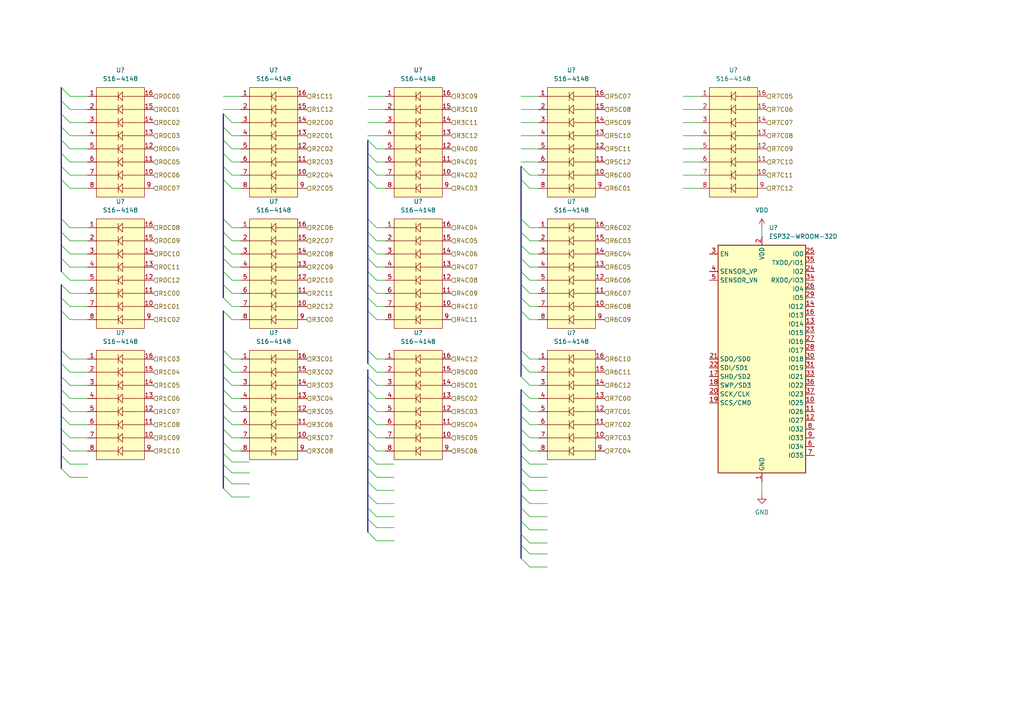
<source format=kicad_sch>
(kicad_sch (version 20211123) (generator eeschema)
  (paper "A4")
  (lib_symbols
    (symbol "Arrays:S16-4148"
      (property "Reference" "U" (at 1.27 33.02 0))
      (property "Value" "S16-4148" (at 6.35 -1.27 0))
      (symbol "S16-4148_1_1"
        (pin output line (at -2.54 29.21 0) (length 2.54) (name "") (number "1"))
        (pin input line (at 16.51 6.35 180) (length 2.54) (name "") (number "10"))
        (pin input line (at 16.51 10.16 180) (length 2.54) (name "") (number "11"))
        (pin input line (at 16.51 13.97 180) (length 2.54) (name "") (number "12"))
        (pin input line (at 16.51 17.78 180) (length 2.54) (name "") (number "13"))
        (pin input line (at 16.51 21.59 180) (length 2.54) (name "") (number "14"))
        (pin input line (at 16.51 25.4 180) (length 2.54) (name "") (number "15"))
        (pin input line (at 16.51 29.21 180) (length 2.54) (name "") (number "16"))
        (pin output line (at -2.54 25.4 0) (length 2.54) (name "") (number "2"))
        (pin output line (at -2.54 21.59 0) (length 2.54) (name "") (number "3"))
        (pin output line (at -2.54 17.78 0) (length 2.54) (name "") (number "4"))
        (pin output line (at -2.54 13.97 0) (length 2.54) (name "") (number "5"))
        (pin output line (at -2.54 10.16 0) (length 2.54) (name "") (number "6"))
        (pin output line (at -2.54 6.35 0) (length 2.54) (name "") (number "7"))
        (pin output line (at -2.54 2.54 0) (length 2.54) (name "") (number "8"))
        (pin input line (at 16.51 2.54 180) (length 2.54) (name "") (number "9"))
      )
    )
    (symbol "RF_Module:ESP32-WROOM-32D"
      (property "Reference" "U" (at -12.7 34.29 0))
      (property "Value" "ESP32-WROOM-32D" (at 1.27 34.29 0))
      (symbol "ESP32-WROOM-32D_1_1"
        (pin power_in line (at 0 -35.56 90) (length 2.54) (name "GND") (number "1"))
        (pin bidirectional line (at 15.24 -12.7 180) (length 2.54) (name "IO25") (number "10"))
        (pin bidirectional line (at 15.24 -15.24 180) (length 2.54) (name "IO26") (number "11"))
        (pin bidirectional line (at 15.24 -17.78 180) (length 2.54) (name "IO27") (number "12"))
        (pin bidirectional line (at 15.24 10.16 180) (length 2.54) (name "IO14") (number "13"))
        (pin bidirectional line (at 15.24 15.24 180) (length 2.54) (name "IO12") (number "14"))
        (pin passive line (at 0 -35.56 90) (length 2.54) hide (name "GND") (number "15"))
        (pin bidirectional line (at 15.24 12.7 180) (length 2.54) (name "IO13") (number "16"))
        (pin bidirectional line (at -15.24 -5.08 0) (length 2.54) (name "SHD/SD2") (number "17"))
        (pin bidirectional line (at -15.24 -7.62 0) (length 2.54) (name "SWP/SD3") (number "18"))
        (pin bidirectional line (at -15.24 -12.7 0) (length 2.54) (name "SCS/CMD") (number "19"))
        (pin power_in line (at 0 35.56 270) (length 2.54) (name "VDD") (number "2"))
        (pin bidirectional line (at -15.24 -10.16 0) (length 2.54) (name "SCK/CLK") (number "20"))
        (pin bidirectional line (at -15.24 0 0) (length 2.54) (name "SDO/SD0") (number "21"))
        (pin bidirectional line (at -15.24 -2.54 0) (length 2.54) (name "SDI/SD1") (number "22"))
        (pin bidirectional line (at 15.24 7.62 180) (length 2.54) (name "IO15") (number "23"))
        (pin bidirectional line (at 15.24 25.4 180) (length 2.54) (name "IO2") (number "24"))
        (pin bidirectional line (at 15.24 30.48 180) (length 2.54) (name "IO0") (number "25"))
        (pin bidirectional line (at 15.24 20.32 180) (length 2.54) (name "IO4") (number "26"))
        (pin bidirectional line (at 15.24 5.08 180) (length 2.54) (name "IO16") (number "27"))
        (pin bidirectional line (at 15.24 2.54 180) (length 2.54) (name "IO17") (number "28"))
        (pin bidirectional line (at 15.24 17.78 180) (length 2.54) (name "IO5") (number "29"))
        (pin input line (at -15.24 30.48 0) (length 2.54) (name "EN") (number "3"))
        (pin bidirectional line (at 15.24 0 180) (length 2.54) (name "IO18") (number "30"))
        (pin bidirectional line (at 15.24 -2.54 180) (length 2.54) (name "IO19") (number "31"))
        (pin no_connect line (at -12.7 -27.94 0) (length 2.54) hide (name "NC") (number "32"))
        (pin bidirectional line (at 15.24 -5.08 180) (length 2.54) (name "IO21") (number "33"))
        (pin bidirectional line (at 15.24 22.86 180) (length 2.54) (name "RXD0/IO3") (number "34"))
        (pin bidirectional line (at 15.24 27.94 180) (length 2.54) (name "TXD0/IO1") (number "35"))
        (pin bidirectional line (at 15.24 -7.62 180) (length 2.54) (name "IO22") (number "36"))
        (pin bidirectional line (at 15.24 -10.16 180) (length 2.54) (name "IO23") (number "37"))
        (pin passive line (at 0 -35.56 90) (length 2.54) hide (name "GND") (number "38"))
        (pin passive line (at 0 -35.56 90) (length 2.54) hide (name "GND") (number "39"))
        (pin input line (at -15.24 25.4 0) (length 2.54) (name "SENSOR_VP") (number "4"))
        (pin input line (at -15.24 22.86 0) (length 2.54) (name "SENSOR_VN") (number "5"))
        (pin input line (at 15.24 -25.4 180) (length 2.54) (name "IO34") (number "6"))
        (pin input line (at 15.24 -27.94 180) (length 2.54) (name "IO35") (number "7"))
        (pin bidirectional line (at 15.24 -20.32 180) (length 2.54) (name "IO32") (number "8"))
        (pin bidirectional line (at 15.24 -22.86 180) (length 2.54) (name "IO33") (number "9"))
      )
    )
    (symbol "S16-4148_1"
      (property "Reference" "U" (at 1.27 33.02 0))
      (property "Value" "S16-4148_1" (at 6.35 -1.27 0))
      (symbol "S16-4148_1_1_1"
        (pin output line (at -2.54 29.21 0) (length 2.54) (name "") (number "1"))
        (pin input line (at 16.51 6.35 180) (length 2.54) (name "") (number "10"))
        (pin input line (at 16.51 10.16 180) (length 2.54) (name "") (number "11"))
        (pin input line (at 16.51 13.97 180) (length 2.54) (name "") (number "12"))
        (pin input line (at 16.51 17.78 180) (length 2.54) (name "") (number "13"))
        (pin input line (at 16.51 21.59 180) (length 2.54) (name "") (number "14"))
        (pin input line (at 16.51 25.4 180) (length 2.54) (name "") (number "15"))
        (pin input line (at 16.51 29.21 180) (length 2.54) (name "") (number "16"))
        (pin output line (at -2.54 25.4 0) (length 2.54) (name "") (number "2"))
        (pin output line (at -2.54 21.59 0) (length 2.54) (name "") (number "3"))
        (pin output line (at -2.54 17.78 0) (length 2.54) (name "") (number "4"))
        (pin output line (at -2.54 13.97 0) (length 2.54) (name "") (number "5"))
        (pin output line (at -2.54 10.16 0) (length 2.54) (name "") (number "6"))
        (pin output line (at -2.54 6.35 0) (length 2.54) (name "") (number "7"))
        (pin output line (at -2.54 2.54 0) (length 2.54) (name "") (number "8"))
        (pin input line (at 16.51 2.54 180) (length 2.54) (name "") (number "9"))
      )
    )
    (symbol "S16-4148_10"
      (property "Reference" "U" (at 1.27 33.02 0))
      (property "Value" "S16-4148_10" (at 6.35 -1.27 0))
      (symbol "S16-4148_10_1_1"
        (pin output line (at -2.54 29.21 0) (length 2.54) (name "") (number "1"))
        (pin input line (at 16.51 6.35 180) (length 2.54) (name "") (number "10"))
        (pin input line (at 16.51 10.16 180) (length 2.54) (name "") (number "11"))
        (pin input line (at 16.51 13.97 180) (length 2.54) (name "") (number "12"))
        (pin input line (at 16.51 17.78 180) (length 2.54) (name "") (number "13"))
        (pin input line (at 16.51 21.59 180) (length 2.54) (name "") (number "14"))
        (pin input line (at 16.51 25.4 180) (length 2.54) (name "") (number "15"))
        (pin input line (at 16.51 29.21 180) (length 2.54) (name "") (number "16"))
        (pin output line (at -2.54 25.4 0) (length 2.54) (name "") (number "2"))
        (pin output line (at -2.54 21.59 0) (length 2.54) (name "") (number "3"))
        (pin output line (at -2.54 17.78 0) (length 2.54) (name "") (number "4"))
        (pin output line (at -2.54 13.97 0) (length 2.54) (name "") (number "5"))
        (pin output line (at -2.54 10.16 0) (length 2.54) (name "") (number "6"))
        (pin output line (at -2.54 6.35 0) (length 2.54) (name "") (number "7"))
        (pin output line (at -2.54 2.54 0) (length 2.54) (name "") (number "8"))
        (pin input line (at 16.51 2.54 180) (length 2.54) (name "") (number "9"))
      )
    )
    (symbol "S16-4148_11"
      (property "Reference" "U" (at 1.27 33.02 0))
      (property "Value" "S16-4148_11" (at 6.35 -1.27 0))
      (symbol "S16-4148_11_1_1"
        (pin output line (at -2.54 29.21 0) (length 2.54) (name "") (number "1"))
        (pin input line (at 16.51 6.35 180) (length 2.54) (name "") (number "10"))
        (pin input line (at 16.51 10.16 180) (length 2.54) (name "") (number "11"))
        (pin input line (at 16.51 13.97 180) (length 2.54) (name "") (number "12"))
        (pin input line (at 16.51 17.78 180) (length 2.54) (name "") (number "13"))
        (pin input line (at 16.51 21.59 180) (length 2.54) (name "") (number "14"))
        (pin input line (at 16.51 25.4 180) (length 2.54) (name "") (number "15"))
        (pin input line (at 16.51 29.21 180) (length 2.54) (name "") (number "16"))
        (pin output line (at -2.54 25.4 0) (length 2.54) (name "") (number "2"))
        (pin output line (at -2.54 21.59 0) (length 2.54) (name "") (number "3"))
        (pin output line (at -2.54 17.78 0) (length 2.54) (name "") (number "4"))
        (pin output line (at -2.54 13.97 0) (length 2.54) (name "") (number "5"))
        (pin output line (at -2.54 10.16 0) (length 2.54) (name "") (number "6"))
        (pin output line (at -2.54 6.35 0) (length 2.54) (name "") (number "7"))
        (pin output line (at -2.54 2.54 0) (length 2.54) (name "") (number "8"))
        (pin input line (at 16.51 2.54 180) (length 2.54) (name "") (number "9"))
      )
    )
    (symbol "S16-4148_12"
      (property "Reference" "U" (at 1.27 33.02 0))
      (property "Value" "S16-4148_12" (at 6.35 -1.27 0))
      (symbol "S16-4148_12_1_1"
        (pin output line (at -2.54 29.21 0) (length 2.54) (name "") (number "1"))
        (pin input line (at 16.51 6.35 180) (length 2.54) (name "") (number "10"))
        (pin input line (at 16.51 10.16 180) (length 2.54) (name "") (number "11"))
        (pin input line (at 16.51 13.97 180) (length 2.54) (name "") (number "12"))
        (pin input line (at 16.51 17.78 180) (length 2.54) (name "") (number "13"))
        (pin input line (at 16.51 21.59 180) (length 2.54) (name "") (number "14"))
        (pin input line (at 16.51 25.4 180) (length 2.54) (name "") (number "15"))
        (pin input line (at 16.51 29.21 180) (length 2.54) (name "") (number "16"))
        (pin output line (at -2.54 25.4 0) (length 2.54) (name "") (number "2"))
        (pin output line (at -2.54 21.59 0) (length 2.54) (name "") (number "3"))
        (pin output line (at -2.54 17.78 0) (length 2.54) (name "") (number "4"))
        (pin output line (at -2.54 13.97 0) (length 2.54) (name "") (number "5"))
        (pin output line (at -2.54 10.16 0) (length 2.54) (name "") (number "6"))
        (pin output line (at -2.54 6.35 0) (length 2.54) (name "") (number "7"))
        (pin output line (at -2.54 2.54 0) (length 2.54) (name "") (number "8"))
        (pin input line (at 16.51 2.54 180) (length 2.54) (name "") (number "9"))
      )
    )
    (symbol "S16-4148_2"
      (property "Reference" "U" (at 1.27 33.02 0))
      (property "Value" "S16-4148_2" (at 6.35 -1.27 0))
      (symbol "S16-4148_2_1_1"
        (pin output line (at -2.54 29.21 0) (length 2.54) (name "") (number "1"))
        (pin input line (at 16.51 6.35 180) (length 2.54) (name "") (number "10"))
        (pin input line (at 16.51 10.16 180) (length 2.54) (name "") (number "11"))
        (pin input line (at 16.51 13.97 180) (length 2.54) (name "") (number "12"))
        (pin input line (at 16.51 17.78 180) (length 2.54) (name "") (number "13"))
        (pin input line (at 16.51 21.59 180) (length 2.54) (name "") (number "14"))
        (pin input line (at 16.51 25.4 180) (length 2.54) (name "") (number "15"))
        (pin input line (at 16.51 29.21 180) (length 2.54) (name "") (number "16"))
        (pin output line (at -2.54 25.4 0) (length 2.54) (name "") (number "2"))
        (pin output line (at -2.54 21.59 0) (length 2.54) (name "") (number "3"))
        (pin output line (at -2.54 17.78 0) (length 2.54) (name "") (number "4"))
        (pin output line (at -2.54 13.97 0) (length 2.54) (name "") (number "5"))
        (pin output line (at -2.54 10.16 0) (length 2.54) (name "") (number "6"))
        (pin output line (at -2.54 6.35 0) (length 2.54) (name "") (number "7"))
        (pin output line (at -2.54 2.54 0) (length 2.54) (name "") (number "8"))
        (pin input line (at 16.51 2.54 180) (length 2.54) (name "") (number "9"))
      )
    )
    (symbol "S16-4148_3"
      (property "Reference" "U" (at 1.27 33.02 0))
      (property "Value" "S16-4148_3" (at 6.35 -1.27 0))
      (symbol "S16-4148_3_1_1"
        (pin output line (at -2.54 29.21 0) (length 2.54) (name "") (number "1"))
        (pin input line (at 16.51 6.35 180) (length 2.54) (name "") (number "10"))
        (pin input line (at 16.51 10.16 180) (length 2.54) (name "") (number "11"))
        (pin input line (at 16.51 13.97 180) (length 2.54) (name "") (number "12"))
        (pin input line (at 16.51 17.78 180) (length 2.54) (name "") (number "13"))
        (pin input line (at 16.51 21.59 180) (length 2.54) (name "") (number "14"))
        (pin input line (at 16.51 25.4 180) (length 2.54) (name "") (number "15"))
        (pin input line (at 16.51 29.21 180) (length 2.54) (name "") (number "16"))
        (pin output line (at -2.54 25.4 0) (length 2.54) (name "") (number "2"))
        (pin output line (at -2.54 21.59 0) (length 2.54) (name "") (number "3"))
        (pin output line (at -2.54 17.78 0) (length 2.54) (name "") (number "4"))
        (pin output line (at -2.54 13.97 0) (length 2.54) (name "") (number "5"))
        (pin output line (at -2.54 10.16 0) (length 2.54) (name "") (number "6"))
        (pin output line (at -2.54 6.35 0) (length 2.54) (name "") (number "7"))
        (pin output line (at -2.54 2.54 0) (length 2.54) (name "") (number "8"))
        (pin input line (at 16.51 2.54 180) (length 2.54) (name "") (number "9"))
      )
    )
    (symbol "S16-4148_4"
      (property "Reference" "U" (at 1.27 33.02 0))
      (property "Value" "S16-4148_4" (at 6.35 -1.27 0))
      (symbol "S16-4148_4_1_1"
        (pin output line (at -2.54 29.21 0) (length 2.54) (name "") (number "1"))
        (pin input line (at 16.51 6.35 180) (length 2.54) (name "") (number "10"))
        (pin input line (at 16.51 10.16 180) (length 2.54) (name "") (number "11"))
        (pin input line (at 16.51 13.97 180) (length 2.54) (name "") (number "12"))
        (pin input line (at 16.51 17.78 180) (length 2.54) (name "") (number "13"))
        (pin input line (at 16.51 21.59 180) (length 2.54) (name "") (number "14"))
        (pin input line (at 16.51 25.4 180) (length 2.54) (name "") (number "15"))
        (pin input line (at 16.51 29.21 180) (length 2.54) (name "") (number "16"))
        (pin output line (at -2.54 25.4 0) (length 2.54) (name "") (number "2"))
        (pin output line (at -2.54 21.59 0) (length 2.54) (name "") (number "3"))
        (pin output line (at -2.54 17.78 0) (length 2.54) (name "") (number "4"))
        (pin output line (at -2.54 13.97 0) (length 2.54) (name "") (number "5"))
        (pin output line (at -2.54 10.16 0) (length 2.54) (name "") (number "6"))
        (pin output line (at -2.54 6.35 0) (length 2.54) (name "") (number "7"))
        (pin output line (at -2.54 2.54 0) (length 2.54) (name "") (number "8"))
        (pin input line (at 16.51 2.54 180) (length 2.54) (name "") (number "9"))
      )
    )
    (symbol "S16-4148_5"
      (property "Reference" "U" (at 1.27 33.02 0))
      (property "Value" "S16-4148_5" (at 6.35 -1.27 0))
      (symbol "S16-4148_5_1_1"
        (pin output line (at -2.54 29.21 0) (length 2.54) (name "") (number "1"))
        (pin input line (at 16.51 6.35 180) (length 2.54) (name "") (number "10"))
        (pin input line (at 16.51 10.16 180) (length 2.54) (name "") (number "11"))
        (pin input line (at 16.51 13.97 180) (length 2.54) (name "") (number "12"))
        (pin input line (at 16.51 17.78 180) (length 2.54) (name "") (number "13"))
        (pin input line (at 16.51 21.59 180) (length 2.54) (name "") (number "14"))
        (pin input line (at 16.51 25.4 180) (length 2.54) (name "") (number "15"))
        (pin input line (at 16.51 29.21 180) (length 2.54) (name "") (number "16"))
        (pin output line (at -2.54 25.4 0) (length 2.54) (name "") (number "2"))
        (pin output line (at -2.54 21.59 0) (length 2.54) (name "") (number "3"))
        (pin output line (at -2.54 17.78 0) (length 2.54) (name "") (number "4"))
        (pin output line (at -2.54 13.97 0) (length 2.54) (name "") (number "5"))
        (pin output line (at -2.54 10.16 0) (length 2.54) (name "") (number "6"))
        (pin output line (at -2.54 6.35 0) (length 2.54) (name "") (number "7"))
        (pin output line (at -2.54 2.54 0) (length 2.54) (name "") (number "8"))
        (pin input line (at 16.51 2.54 180) (length 2.54) (name "") (number "9"))
      )
    )
    (symbol "S16-4148_6"
      (property "Reference" "U" (at 1.27 33.02 0))
      (property "Value" "S16-4148_6" (at 6.35 -1.27 0))
      (symbol "S16-4148_6_1_1"
        (pin output line (at -2.54 29.21 0) (length 2.54) (name "") (number "1"))
        (pin input line (at 16.51 6.35 180) (length 2.54) (name "") (number "10"))
        (pin input line (at 16.51 10.16 180) (length 2.54) (name "") (number "11"))
        (pin input line (at 16.51 13.97 180) (length 2.54) (name "") (number "12"))
        (pin input line (at 16.51 17.78 180) (length 2.54) (name "") (number "13"))
        (pin input line (at 16.51 21.59 180) (length 2.54) (name "") (number "14"))
        (pin input line (at 16.51 25.4 180) (length 2.54) (name "") (number "15"))
        (pin input line (at 16.51 29.21 180) (length 2.54) (name "") (number "16"))
        (pin output line (at -2.54 25.4 0) (length 2.54) (name "") (number "2"))
        (pin output line (at -2.54 21.59 0) (length 2.54) (name "") (number "3"))
        (pin output line (at -2.54 17.78 0) (length 2.54) (name "") (number "4"))
        (pin output line (at -2.54 13.97 0) (length 2.54) (name "") (number "5"))
        (pin output line (at -2.54 10.16 0) (length 2.54) (name "") (number "6"))
        (pin output line (at -2.54 6.35 0) (length 2.54) (name "") (number "7"))
        (pin output line (at -2.54 2.54 0) (length 2.54) (name "") (number "8"))
        (pin input line (at 16.51 2.54 180) (length 2.54) (name "") (number "9"))
      )
    )
    (symbol "S16-4148_7"
      (property "Reference" "U" (at 1.27 33.02 0))
      (property "Value" "S16-4148_7" (at 6.35 -1.27 0))
      (symbol "S16-4148_7_1_1"
        (pin output line (at -2.54 29.21 0) (length 2.54) (name "") (number "1"))
        (pin input line (at 16.51 6.35 180) (length 2.54) (name "") (number "10"))
        (pin input line (at 16.51 10.16 180) (length 2.54) (name "") (number "11"))
        (pin input line (at 16.51 13.97 180) (length 2.54) (name "") (number "12"))
        (pin input line (at 16.51 17.78 180) (length 2.54) (name "") (number "13"))
        (pin input line (at 16.51 21.59 180) (length 2.54) (name "") (number "14"))
        (pin input line (at 16.51 25.4 180) (length 2.54) (name "") (number "15"))
        (pin input line (at 16.51 29.21 180) (length 2.54) (name "") (number "16"))
        (pin output line (at -2.54 25.4 0) (length 2.54) (name "") (number "2"))
        (pin output line (at -2.54 21.59 0) (length 2.54) (name "") (number "3"))
        (pin output line (at -2.54 17.78 0) (length 2.54) (name "") (number "4"))
        (pin output line (at -2.54 13.97 0) (length 2.54) (name "") (number "5"))
        (pin output line (at -2.54 10.16 0) (length 2.54) (name "") (number "6"))
        (pin output line (at -2.54 6.35 0) (length 2.54) (name "") (number "7"))
        (pin output line (at -2.54 2.54 0) (length 2.54) (name "") (number "8"))
        (pin input line (at 16.51 2.54 180) (length 2.54) (name "") (number "9"))
      )
    )
    (symbol "S16-4148_8"
      (property "Reference" "U" (at 1.27 33.02 0))
      (property "Value" "S16-4148_8" (at 6.35 -1.27 0))
      (symbol "S16-4148_8_1_1"
        (pin output line (at -2.54 29.21 0) (length 2.54) (name "") (number "1"))
        (pin input line (at 16.51 6.35 180) (length 2.54) (name "") (number "10"))
        (pin input line (at 16.51 10.16 180) (length 2.54) (name "") (number "11"))
        (pin input line (at 16.51 13.97 180) (length 2.54) (name "") (number "12"))
        (pin input line (at 16.51 17.78 180) (length 2.54) (name "") (number "13"))
        (pin input line (at 16.51 21.59 180) (length 2.54) (name "") (number "14"))
        (pin input line (at 16.51 25.4 180) (length 2.54) (name "") (number "15"))
        (pin input line (at 16.51 29.21 180) (length 2.54) (name "") (number "16"))
        (pin output line (at -2.54 25.4 0) (length 2.54) (name "") (number "2"))
        (pin output line (at -2.54 21.59 0) (length 2.54) (name "") (number "3"))
        (pin output line (at -2.54 17.78 0) (length 2.54) (name "") (number "4"))
        (pin output line (at -2.54 13.97 0) (length 2.54) (name "") (number "5"))
        (pin output line (at -2.54 10.16 0) (length 2.54) (name "") (number "6"))
        (pin output line (at -2.54 6.35 0) (length 2.54) (name "") (number "7"))
        (pin output line (at -2.54 2.54 0) (length 2.54) (name "") (number "8"))
        (pin input line (at 16.51 2.54 180) (length 2.54) (name "") (number "9"))
      )
    )
    (symbol "S16-4148_9"
      (property "Reference" "U" (at 1.27 33.02 0))
      (property "Value" "S16-4148_9" (at 6.35 -1.27 0))
      (symbol "S16-4148_9_1_1"
        (pin output line (at -2.54 29.21 0) (length 2.54) (name "") (number "1"))
        (pin input line (at 16.51 6.35 180) (length 2.54) (name "") (number "10"))
        (pin input line (at 16.51 10.16 180) (length 2.54) (name "") (number "11"))
        (pin input line (at 16.51 13.97 180) (length 2.54) (name "") (number "12"))
        (pin input line (at 16.51 17.78 180) (length 2.54) (name "") (number "13"))
        (pin input line (at 16.51 21.59 180) (length 2.54) (name "") (number "14"))
        (pin input line (at 16.51 25.4 180) (length 2.54) (name "") (number "15"))
        (pin input line (at 16.51 29.21 180) (length 2.54) (name "") (number "16"))
        (pin output line (at -2.54 25.4 0) (length 2.54) (name "") (number "2"))
        (pin output line (at -2.54 21.59 0) (length 2.54) (name "") (number "3"))
        (pin output line (at -2.54 17.78 0) (length 2.54) (name "") (number "4"))
        (pin output line (at -2.54 13.97 0) (length 2.54) (name "") (number "5"))
        (pin output line (at -2.54 10.16 0) (length 2.54) (name "") (number "6"))
        (pin output line (at -2.54 6.35 0) (length 2.54) (name "") (number "7"))
        (pin output line (at -2.54 2.54 0) (length 2.54) (name "") (number "8"))
        (pin input line (at 16.51 2.54 180) (length 2.54) (name "") (number "9"))
      )
    )
    (symbol "power:GND" (power) (pin_names (offset 0))
      (property "Value" "GND" (at 0 -3.81 0))
      (symbol "GND_1_1"
        (pin power_in line (at 0 0 270) (length 0) hide (name "GND") (number "1"))
      )
    )
    (symbol "power:VDD" (power) (pin_names (offset 0))
      (property "Value" "VDD" (at 0 3.81 0))
      (symbol "VDD_1_1"
        (pin power_in line (at 0 0 90) (length 0) hide (name "VDD") (number "1"))
      )
    )
  )
  (bus_entry (at 106.68 150.495) (size 2.54 2.54))
  (bus_entry (at 17.78 135.89) (size 2.54 2.54))
  (bus_entry (at 106.68 74.93) (size 2.54 2.54))
  (bus_entry (at 106.68 132.08) (size 2.54 2.54))
  (bus_entry (at 64.77 78.74) (size 2.54 2.54))
  (bus_entry (at 106.68 128.27) (size 2.54 2.54))
  (bus_entry (at 64.77 101.6) (size 2.54 2.54))
  (bus_entry (at 151.13 90.17) (size 2.54 2.54))
  (bus_entry (at 17.78 48.26) (size 2.54 2.54))
  (bus_entry (at 17.78 120.65) (size 2.54 2.54))
  (bus_entry (at 64.77 44.45) (size 2.54 2.54))
  (bus_entry (at 64.77 63.5) (size 2.54 2.54))
  (bus_entry (at 106.68 113.03) (size 2.54 2.54))
  (bus_entry (at 17.78 40.64) (size 2.54 2.54))
  (bus_entry (at 106.68 120.65) (size 2.54 2.54))
  (bus_entry (at 17.78 113.03) (size 2.54 2.54))
  (bus_entry (at 106.68 44.45) (size 2.54 2.54))
  (bus_entry (at 151.13 143.51) (size 2.54 2.54))
  (bus_entry (at 151.13 48.26) (size 2.54 2.54))
  (bus_entry (at 106.68 63.5) (size 2.54 2.54))
  (bus_entry (at 151.13 158.115) (size 2.54 2.54))
  (bus_entry (at 17.78 109.22) (size 2.54 2.54))
  (bus_entry (at 17.78 29.21) (size 2.54 2.54))
  (bus_entry (at 64.77 137.795) (size 2.54 2.54))
  (bus_entry (at 64.77 74.93) (size 2.54 2.54))
  (bus_entry (at 17.78 116.84) (size 2.54 2.54))
  (bus_entry (at 64.77 48.26) (size 2.54 2.54))
  (bus_entry (at 64.77 52.07) (size 2.54 2.54))
  (bus_entry (at 106.68 86.36) (size 2.54 2.54))
  (bus_entry (at 64.77 105.41) (size 2.54 2.54))
  (bus_entry (at 106.68 48.26) (size 2.54 2.54))
  (bus_entry (at 64.77 131.445) (size 2.54 2.54))
  (bus_entry (at 106.68 143.51) (size 2.54 2.54))
  (bus_entry (at 106.68 147.32) (size 2.54 2.54))
  (bus_entry (at 151.13 132.08) (size 2.54 2.54))
  (bus_entry (at 64.77 120.65) (size 2.54 2.54))
  (bus_entry (at 64.77 116.84) (size 2.54 2.54))
  (bus_entry (at 64.77 134.62) (size 2.54 2.54))
  (bus_entry (at 106.68 71.12) (size 2.54 2.54))
  (bus_entry (at 151.13 128.27) (size 2.54 2.54))
  (bus_entry (at 17.78 128.27) (size 2.54 2.54))
  (bus_entry (at 17.78 67.31) (size 2.54 2.54))
  (bus_entry (at 151.13 113.03) (size 2.54 2.54))
  (bus_entry (at 64.77 128.27) (size 2.54 2.54))
  (bus_entry (at 17.78 74.93) (size 2.54 2.54))
  (bus_entry (at 17.78 71.12) (size 2.54 2.54))
  (bus_entry (at 151.13 147.32) (size 2.54 2.54))
  (bus_entry (at 64.77 141.605) (size 2.54 2.54))
  (bus_entry (at 151.13 105.41) (size 2.54 2.54))
  (bus_entry (at 151.13 116.84) (size 2.54 2.54))
  (bus_entry (at 106.68 135.89) (size 2.54 2.54))
  (bus_entry (at 106.68 67.31) (size 2.54 2.54))
  (bus_entry (at 64.77 71.12) (size 2.54 2.54))
  (bus_entry (at 64.77 36.83) (size 2.54 2.54))
  (bus_entry (at 151.13 82.55) (size 2.54 2.54))
  (bus_entry (at 106.68 78.74) (size 2.54 2.54))
  (bus_entry (at 17.78 82.55) (size 2.54 2.54))
  (bus_entry (at 106.68 101.6) (size 2.54 2.54))
  (bus_entry (at 151.13 63.5) (size 2.54 2.54))
  (bus_entry (at 64.77 67.31) (size 2.54 2.54))
  (bus_entry (at 151.13 71.12) (size 2.54 2.54))
  (bus_entry (at 106.68 105.41) (size 2.54 2.54))
  (bus_entry (at 151.13 154.94) (size 2.54 2.54))
  (bus_entry (at 106.68 52.07) (size 2.54 2.54))
  (bus_entry (at 151.13 67.31) (size 2.54 2.54))
  (bus_entry (at 106.68 124.46) (size 2.54 2.54))
  (bus_entry (at 17.78 33.02) (size 2.54 2.54))
  (bus_entry (at 151.13 86.36) (size 2.54 2.54))
  (bus_entry (at 17.78 105.41) (size 2.54 2.54))
  (bus_entry (at 64.77 40.64) (size 2.54 2.54))
  (bus_entry (at 64.77 113.03) (size 2.54 2.54))
  (bus_entry (at 151.13 78.74) (size 2.54 2.54))
  (bus_entry (at 106.68 154.305) (size 2.54 2.54))
  (bus_entry (at 106.68 40.64) (size 2.54 2.54))
  (bus_entry (at 106.68 109.22) (size 2.54 2.54))
  (bus_entry (at 151.13 124.46) (size 2.54 2.54))
  (bus_entry (at 64.77 90.17) (size 2.54 2.54))
  (bus_entry (at 64.77 86.36) (size 2.54 2.54))
  (bus_entry (at 64.77 109.22) (size 2.54 2.54))
  (bus_entry (at 151.13 52.07) (size 2.54 2.54))
  (bus_entry (at 17.78 25.4) (size 2.54 2.54))
  (bus_entry (at 64.77 82.55) (size 2.54 2.54))
  (bus_entry (at 151.13 135.89) (size 2.54 2.54))
  (bus_entry (at 151.13 74.93) (size 2.54 2.54))
  (bus_entry (at 64.77 124.46) (size 2.54 2.54))
  (bus_entry (at 151.13 139.7) (size 2.54 2.54))
  (bus_entry (at 17.78 78.74) (size 2.54 2.54))
  (bus_entry (at 151.13 161.925) (size 2.54 2.54))
  (bus_entry (at 17.78 124.46) (size 2.54 2.54))
  (bus_entry (at 17.78 36.83) (size 2.54 2.54))
  (bus_entry (at 17.78 132.08) (size 2.54 2.54))
  (bus_entry (at 17.78 101.6) (size 2.54 2.54))
  (bus_entry (at 106.68 116.84) (size 2.54 2.54))
  (bus_entry (at 151.13 101.6) (size 2.54 2.54))
  (bus_entry (at 17.78 63.5) (size 2.54 2.54))
  (bus_entry (at 151.13 151.13) (size 2.54 2.54))
  (bus_entry (at 17.78 90.17) (size 2.54 2.54))
  (bus_entry (at 106.68 82.55) (size 2.54 2.54))
  (bus_entry (at 17.78 44.45) (size 2.54 2.54))
  (bus_entry (at 17.78 52.07) (size 2.54 2.54))
  (bus_entry (at 17.78 86.36) (size 2.54 2.54))
  (bus_entry (at 106.68 90.17) (size 2.54 2.54))
  (bus_entry (at 106.68 139.7) (size 2.54 2.54))
  (bus_entry (at 151.13 109.22) (size 2.54 2.54))
  (bus_entry (at 64.77 33.02) (size 2.54 2.54))
  (bus_entry (at 151.13 120.65) (size 2.54 2.54))
  (bus (pts (xy 106.68 71.12) (xy 106.68 74.93)))
  (wire (pts (xy 198.12 35.56) (xy 203.2 35.56)))
  (bus (pts (xy 17.78 116.84) (xy 17.78 120.65)))
  (bus (pts (xy 106.68 132.08) (xy 106.68 135.89)))
  (wire (pts (xy 67.31 111.76) (xy 69.85 111.76)))
  (bus (pts (xy 17.78 48.26) (xy 17.78 52.07)))
  (bus (pts (xy 64.77 74.93) (xy 64.77 78.74)))
  (bus (pts (xy 106.68 116.84) (xy 106.68 120.65)))
  (wire (pts (xy 153.67 142.24) (xy 158.75 142.24)))
  (wire (pts (xy 67.31 119.38) (xy 69.85 119.38)))
  (bus (pts (xy 17.78 40.64) (xy 17.78 44.45)))
  (bus (pts (xy 64.77 36.83) (xy 64.77 40.64)))
  (bus (pts (xy 64.77 116.84) (xy 64.77 120.65)))
  (wire (pts (xy 153.67 146.05) (xy 158.75 146.05)))
  (wire (pts (xy 20.32 81.28) (xy 25.4 81.28)))
  (bus (pts (xy 151.13 82.55) (xy 151.13 86.36)))
  (bus (pts (xy 151.13 105.41) (xy 151.13 109.22)))
  (bus (pts (xy 151.13 101.6) (xy 151.13 105.41)))
  (bus (pts (xy 151.13 90.17) (xy 151.13 101.6)))
  (wire (pts (xy 151.13 39.37) (xy 156.21 39.37)))
  (bus (pts (xy 64.77 109.22) (xy 64.77 113.03)))
  (wire (pts (xy 109.22 153.035) (xy 114.3 153.035)))
  (bus (pts (xy 17.78 44.45) (xy 17.78 48.26)))
  (bus (pts (xy 151.13 143.51) (xy 151.13 147.32)))
  (wire (pts (xy 67.31 133.985) (xy 72.39 133.985)))
  (wire (pts (xy 67.31 77.47) (xy 69.85 77.47)))
  (bus (pts (xy 64.77 40.64) (xy 64.77 44.45)))
  (bus (pts (xy 151.13 128.27) (xy 151.13 132.08)))
  (wire (pts (xy 153.67 134.62) (xy 158.75 134.62)))
  (bus (pts (xy 17.78 36.83) (xy 17.78 40.64)))
  (wire (pts (xy 198.12 54.61) (xy 203.2 54.61)))
  (wire (pts (xy 106.68 27.94) (xy 111.76 27.94)))
  (wire (pts (xy 67.31 130.81) (xy 69.85 130.81)))
  (bus (pts (xy 151.13 158.115) (xy 151.13 161.925)))
  (wire (pts (xy 67.31 35.56) (xy 69.85 35.56)))
  (wire (pts (xy 67.31 144.145) (xy 72.39 144.145)))
  (wire (pts (xy 109.22 73.66) (xy 111.76 73.66)))
  (wire (pts (xy 109.22 111.76) (xy 111.76 111.76)))
  (bus (pts (xy 106.68 143.51) (xy 106.68 147.32)))
  (wire (pts (xy 153.67 88.9) (xy 156.21 88.9)))
  (bus (pts (xy 106.68 139.7) (xy 106.68 143.51)))
  (wire (pts (xy 153.67 138.43) (xy 158.75 138.43)))
  (bus (pts (xy 17.78 101.6) (xy 17.78 105.41)))
  (bus (pts (xy 106.68 147.32) (xy 106.68 150.495)))
  (wire (pts (xy 20.32 50.8) (xy 25.4 50.8)))
  (bus (pts (xy 151.13 120.65) (xy 151.13 124.46)))
  (bus (pts (xy 106.68 109.22) (xy 106.68 113.03)))
  (bus (pts (xy 151.13 151.13) (xy 151.13 154.94)))
  (bus (pts (xy 106.68 101.6) (xy 106.68 105.41)))
  (wire (pts (xy 20.32 107.95) (xy 25.4 107.95)))
  (wire (pts (xy 20.32 130.81) (xy 25.4 130.81)))
  (wire (pts (xy 64.77 31.75) (xy 69.85 31.75)))
  (bus (pts (xy 64.77 82.55) (xy 64.77 86.36)))
  (bus (pts (xy 106.68 40.64) (xy 106.68 44.45)))
  (bus (pts (xy 17.78 29.21) (xy 17.78 33.02)))
  (wire (pts (xy 109.22 138.43) (xy 114.3 138.43)))
  (wire (pts (xy 67.31 43.18) (xy 69.85 43.18)))
  (bus (pts (xy 64.77 120.65) (xy 64.77 124.46)))
  (wire (pts (xy 151.13 35.56) (xy 156.21 35.56)))
  (bus (pts (xy 151.13 116.84) (xy 151.13 120.65)))
  (bus (pts (xy 64.77 63.5) (xy 64.77 67.31)))
  (wire (pts (xy 109.22 127) (xy 111.76 127)))
  (wire (pts (xy 20.32 127) (xy 25.4 127)))
  (wire (pts (xy 151.13 46.99) (xy 156.21 46.99)))
  (wire (pts (xy 106.68 31.75) (xy 111.76 31.75)))
  (wire (pts (xy 109.22 46.99) (xy 111.76 46.99)))
  (wire (pts (xy 198.12 39.37) (xy 203.2 39.37)))
  (wire (pts (xy 67.31 54.61) (xy 69.85 54.61)))
  (wire (pts (xy 153.67 85.09) (xy 156.21 85.09)))
  (bus (pts (xy 106.68 86.36) (xy 106.68 90.17)))
  (bus (pts (xy 106.68 107.315) (xy 106.68 109.22)))
  (bus (pts (xy 106.68 124.46) (xy 106.68 128.27)))
  (bus (pts (xy 17.78 109.22) (xy 17.78 113.03)))
  (wire (pts (xy 198.12 31.75) (xy 203.2 31.75)))
  (bus (pts (xy 64.77 105.41) (xy 64.77 109.22)))
  (bus (pts (xy 151.13 52.07) (xy 151.13 63.5)))
  (bus (pts (xy 17.78 63.5) (xy 17.78 67.31)))
  (wire (pts (xy 67.31 123.19) (xy 69.85 123.19)))
  (bus (pts (xy 17.78 33.02) (xy 17.78 36.83)))
  (bus (pts (xy 151.13 71.12) (xy 151.13 74.93)))
  (bus (pts (xy 106.68 120.65) (xy 106.68 124.46)))
  (wire (pts (xy 153.67 160.655) (xy 158.75 160.655)))
  (wire (pts (xy 151.13 27.94) (xy 156.21 27.94)))
  (wire (pts (xy 67.31 46.99) (xy 69.85 46.99)))
  (wire (pts (xy 109.22 149.86) (xy 114.3 149.86)))
  (wire (pts (xy 153.67 164.465) (xy 158.75 164.465)))
  (wire (pts (xy 153.67 130.81) (xy 156.21 130.81)))
  (wire (pts (xy 67.31 69.85) (xy 69.85 69.85)))
  (bus (pts (xy 17.78 124.46) (xy 17.78 128.27)))
  (wire (pts (xy 67.31 107.95) (xy 69.85 107.95)))
  (wire (pts (xy 153.67 115.57) (xy 156.21 115.57)))
  (wire (pts (xy 20.32 35.56) (xy 25.4 35.56)))
  (bus (pts (xy 151.13 124.46) (xy 151.13 128.27)))
  (wire (pts (xy 20.32 39.37) (xy 25.4 39.37)))
  (wire (pts (xy 109.22 123.19) (xy 111.76 123.19)))
  (wire (pts (xy 20.32 66.04) (xy 25.4 66.04)))
  (bus (pts (xy 151.13 78.74) (xy 151.13 82.55)))
  (wire (pts (xy 20.32 88.9) (xy 25.4 88.9)))
  (bus (pts (xy 106.68 128.27) (xy 106.68 132.08)))
  (bus (pts (xy 106.68 113.03) (xy 106.68 116.84)))
  (wire (pts (xy 67.31 140.335) (xy 72.39 140.335)))
  (wire (pts (xy 153.67 77.47) (xy 156.21 77.47)))
  (bus (pts (xy 106.68 150.495) (xy 106.68 154.305)))
  (wire (pts (xy 67.31 137.16) (xy 72.39 137.16)))
  (wire (pts (xy 20.32 31.75) (xy 25.4 31.75)))
  (wire (pts (xy 109.22 142.24) (xy 114.3 142.24)))
  (wire (pts (xy 67.31 92.71) (xy 69.85 92.71)))
  (wire (pts (xy 109.22 69.85) (xy 111.76 69.85)))
  (wire (pts (xy 198.12 27.94) (xy 203.2 27.94)))
  (wire (pts (xy 109.22 85.09) (xy 111.76 85.09)))
  (bus (pts (xy 106.68 48.26) (xy 106.68 52.07)))
  (wire (pts (xy 67.31 81.28) (xy 69.85 81.28)))
  (wire (pts (xy 20.32 27.94) (xy 25.4 27.94)))
  (wire (pts (xy 153.67 54.61) (xy 156.21 54.61)))
  (wire (pts (xy 20.32 104.14) (xy 25.4 104.14)))
  (wire (pts (xy 153.67 127) (xy 156.21 127)))
  (wire (pts (xy 220.98 139.7) (xy 220.98 143.51)))
  (bus (pts (xy 17.78 82.55) (xy 17.78 86.36)))
  (bus (pts (xy 64.77 52.07) (xy 64.77 63.5)))
  (bus (pts (xy 64.77 124.46) (xy 64.77 128.27)))
  (bus (pts (xy 64.77 67.31) (xy 64.77 71.12)))
  (wire (pts (xy 20.32 123.19) (xy 25.4 123.19)))
  (wire (pts (xy 220.98 66.04) (xy 220.98 68.58)))
  (bus (pts (xy 64.77 113.03) (xy 64.77 116.84)))
  (wire (pts (xy 20.32 92.71) (xy 25.4 92.71)))
  (bus (pts (xy 64.77 90.17) (xy 64.77 101.6)))
  (wire (pts (xy 20.32 115.57) (xy 25.4 115.57)))
  (bus (pts (xy 106.68 90.17) (xy 106.68 101.6)))
  (bus (pts (xy 17.78 71.12) (xy 17.78 74.93)))
  (wire (pts (xy 109.22 119.38) (xy 111.76 119.38)))
  (wire (pts (xy 153.67 123.19) (xy 156.21 123.19)))
  (wire (pts (xy 153.67 107.95) (xy 156.21 107.95)))
  (bus (pts (xy 17.78 25.4) (xy 17.78 29.21)))
  (bus (pts (xy 106.68 63.5) (xy 106.68 67.31)))
  (wire (pts (xy 20.32 85.09) (xy 25.4 85.09)))
  (wire (pts (xy 20.32 111.76) (xy 25.4 111.76)))
  (wire (pts (xy 20.32 134.62) (xy 25.4 134.62)))
  (wire (pts (xy 153.67 66.04) (xy 156.21 66.04)))
  (bus (pts (xy 17.78 86.36) (xy 17.78 90.17)))
  (wire (pts (xy 109.22 66.04) (xy 111.76 66.04)))
  (bus (pts (xy 106.68 78.74) (xy 106.68 82.55)))
  (wire (pts (xy 198.12 50.8) (xy 203.2 50.8)))
  (wire (pts (xy 153.67 111.76) (xy 156.21 111.76)))
  (wire (pts (xy 20.32 73.66) (xy 25.4 73.66)))
  (wire (pts (xy 198.12 43.18) (xy 203.2 43.18)))
  (wire (pts (xy 198.12 46.99) (xy 203.2 46.99)))
  (bus (pts (xy 151.13 86.36) (xy 151.13 90.17)))
  (wire (pts (xy 109.22 130.81) (xy 111.76 130.81)))
  (bus (pts (xy 64.77 71.12) (xy 64.77 74.93)))
  (wire (pts (xy 151.13 43.18) (xy 156.21 43.18)))
  (bus (pts (xy 64.77 134.62) (xy 64.77 137.795)))
  (wire (pts (xy 109.22 104.14) (xy 111.76 104.14)))
  (bus (pts (xy 151.13 74.93) (xy 151.13 78.74)))
  (bus (pts (xy 151.13 113.03) (xy 151.13 116.84)))
  (wire (pts (xy 109.22 92.71) (xy 111.76 92.71)))
  (bus (pts (xy 151.13 139.7) (xy 151.13 143.51)))
  (wire (pts (xy 67.31 115.57) (xy 69.85 115.57)))
  (wire (pts (xy 109.22 54.61) (xy 111.76 54.61)))
  (bus (pts (xy 106.68 82.55) (xy 106.68 86.36)))
  (wire (pts (xy 106.68 39.37) (xy 111.76 39.37)))
  (wire (pts (xy 109.22 115.57) (xy 111.76 115.57)))
  (wire (pts (xy 153.67 153.67) (xy 158.75 153.67)))
  (bus (pts (xy 17.78 113.03) (xy 17.78 116.84)))
  (wire (pts (xy 109.22 81.28) (xy 111.76 81.28)))
  (bus (pts (xy 17.78 67.31) (xy 17.78 71.12)))
  (bus (pts (xy 17.78 132.08) (xy 17.78 135.89)))
  (wire (pts (xy 20.32 43.18) (xy 25.4 43.18)))
  (wire (pts (xy 67.31 73.66) (xy 69.85 73.66)))
  (wire (pts (xy 153.67 73.66) (xy 156.21 73.66)))
  (wire (pts (xy 20.32 138.43) (xy 25.4 138.43)))
  (wire (pts (xy 109.22 107.95) (xy 111.76 107.95)))
  (bus (pts (xy 17.78 74.93) (xy 17.78 78.74)))
  (wire (pts (xy 67.31 50.8) (xy 69.85 50.8)))
  (bus (pts (xy 17.78 128.27) (xy 17.78 132.08)))
  (wire (pts (xy 109.22 43.18) (xy 111.76 43.18)))
  (wire (pts (xy 20.32 119.38) (xy 25.4 119.38)))
  (bus (pts (xy 151.13 147.32) (xy 151.13 151.13)))
  (wire (pts (xy 67.31 127) (xy 69.85 127)))
  (wire (pts (xy 67.31 85.09) (xy 69.85 85.09)))
  (bus (pts (xy 151.13 132.08) (xy 151.13 135.89)))
  (bus (pts (xy 64.77 48.26) (xy 64.77 52.07)))
  (wire (pts (xy 67.31 88.9) (xy 69.85 88.9)))
  (wire (pts (xy 109.22 156.845) (xy 114.3 156.845)))
  (bus (pts (xy 151.13 154.94) (xy 151.13 158.115)))
  (wire (pts (xy 20.32 69.85) (xy 25.4 69.85)))
  (bus (pts (xy 64.77 44.45) (xy 64.77 48.26)))
  (bus (pts (xy 106.68 135.89) (xy 106.68 139.7)))
  (bus (pts (xy 17.78 90.17) (xy 17.78 101.6)))
  (wire (pts (xy 153.67 119.38) (xy 156.21 119.38)))
  (wire (pts (xy 67.31 104.14) (xy 69.85 104.14)))
  (bus (pts (xy 106.68 74.93) (xy 106.68 78.74)))
  (wire (pts (xy 20.32 54.61) (xy 25.4 54.61)))
  (wire (pts (xy 64.77 27.94) (xy 69.85 27.94)))
  (wire (pts (xy 153.67 50.8) (xy 156.21 50.8)))
  (bus (pts (xy 106.68 52.07) (xy 106.68 63.5)))
  (bus (pts (xy 106.68 67.31) (xy 106.68 71.12)))
  (bus (pts (xy 17.78 120.65) (xy 17.78 124.46)))
  (wire (pts (xy 67.31 66.04) (xy 69.85 66.04)))
  (bus (pts (xy 106.68 44.45) (xy 106.68 48.26)))
  (wire (pts (xy 153.67 92.71) (xy 156.21 92.71)))
  (bus (pts (xy 151.13 135.89) (xy 151.13 139.7)))
  (wire (pts (xy 67.31 39.37) (xy 69.85 39.37)))
  (wire (pts (xy 153.67 69.85) (xy 156.21 69.85)))
  (bus (pts (xy 64.77 131.445) (xy 64.77 134.62)))
  (bus (pts (xy 17.78 105.41) (xy 17.78 109.22)))
  (wire (pts (xy 20.32 46.99) (xy 25.4 46.99)))
  (bus (pts (xy 151.13 67.31) (xy 151.13 71.12)))
  (wire (pts (xy 151.13 31.75) (xy 156.21 31.75)))
  (wire (pts (xy 109.22 50.8) (xy 111.76 50.8)))
  (wire (pts (xy 153.67 104.14) (xy 156.21 104.14)))
  (wire (pts (xy 153.67 149.86) (xy 158.75 149.86)))
  (wire (pts (xy 109.22 134.62) (xy 114.3 134.62)))
  (bus (pts (xy 151.13 63.5) (xy 151.13 67.31)))
  (bus (pts (xy 64.77 78.74) (xy 64.77 82.55)))
  (wire (pts (xy 109.22 146.05) (xy 114.3 146.05)))
  (bus (pts (xy 17.78 52.07) (xy 17.78 63.5)))
  (bus (pts (xy 64.77 128.27) (xy 64.77 131.445)))
  (bus (pts (xy 64.77 101.6) (xy 64.77 105.41)))
  (wire (pts (xy 109.22 88.9) (xy 111.76 88.9)))
  (bus (pts (xy 64.77 33.02) (xy 64.77 36.83)))
  (wire (pts (xy 109.22 77.47) (xy 111.76 77.47)))
  (wire (pts (xy 153.67 81.28) (xy 156.21 81.28)))
  (bus (pts (xy 151.13 48.26) (xy 151.13 52.07)))
  (wire (pts (xy 20.32 77.47) (xy 25.4 77.47)))
  (wire (pts (xy 106.68 35.56) (xy 111.76 35.56)))
  (bus (pts (xy 64.77 137.795) (xy 64.77 141.605)))
  (wire (pts (xy 153.67 157.48) (xy 158.75 157.48)))
  (hierarchical_label "R1C04" (shape input) (at 44.45 107.95 0))
  (hierarchical_label "R6C01" (shape input) (at 175.26 54.61 0))
  (hierarchical_label "R5C02" (shape input) (at 130.81 115.57 0))
  (hierarchical_label "R4C00" (shape input) (at 130.81 43.18 0))
  (hierarchical_label "R5C06" (shape input) (at 130.81 130.81 0))
  (hierarchical_label "R1C02" (shape input) (at 44.45 92.71 0))
  (hierarchical_label "R0C09" (shape input) (at 44.45 69.85 0))
  (hierarchical_label "R6C08" (shape input) (at 175.26 88.9 0))
  (hierarchical_label "R4C04" (shape input) (at 130.81 66.04 0))
  (hierarchical_label "R3C02" (shape input) (at 88.9 107.95 0))
  (hierarchical_label "R4C01" (shape input) (at 130.81 46.99 0))
  (hierarchical_label "R4C07" (shape input) (at 130.81 77.47 0))
  (hierarchical_label "R5C12" (shape input) (at 175.26 46.99 0))
  (hierarchical_label "R2C08" (shape input) (at 88.9 73.66 0))
  (hierarchical_label "R4C10" (shape input) (at 130.81 88.9 0))
  (hierarchical_label "R4C03" (shape input) (at 130.81 54.61 0))
  (hierarchical_label "R7C04" (shape input) (at 175.26 130.81 0))
  (hierarchical_label "R7C12" (shape input) (at 222.25 54.61 0))
  (hierarchical_label "R0C07" (shape input) (at 44.45 54.61 0))
  (hierarchical_label "R2C01" (shape input) (at 88.9 39.37 0))
  (hierarchical_label "R5C11" (shape input) (at 175.26 43.18 0))
  (hierarchical_label "R2C03" (shape input) (at 88.9 46.99 0))
  (hierarchical_label "R4C02" (shape input) (at 130.81 50.8 0))
  (hierarchical_label "R6C04" (shape input) (at 175.26 73.66 0))
  (hierarchical_label "R0C08" (shape input) (at 44.45 66.04 0))
  (hierarchical_label "R0C05" (shape input) (at 44.45 46.99 0))
  (hierarchical_label "R0C04" (shape input) (at 44.45 43.18 0))
  (hierarchical_label "R4C11" (shape input) (at 130.81 92.71 0))
  (hierarchical_label "R4C05" (shape input) (at 130.81 69.85 0))
  (hierarchical_label "R6C06" (shape input) (at 175.26 81.28 0))
  (hierarchical_label "R2C07" (shape input) (at 88.9 69.85 0))
  (hierarchical_label "R1C10" (shape input) (at 44.45 130.81 0))
  (hierarchical_label "R2C02" (shape input) (at 88.9 43.18 0))
  (hierarchical_label "R5C05" (shape input) (at 130.81 127 0))
  (hierarchical_label "R7C01" (shape input) (at 175.26 119.38 0))
  (hierarchical_label "R7C03" (shape input) (at 175.26 127 0))
  (hierarchical_label "R5C08" (shape input) (at 175.26 31.75 0))
  (hierarchical_label "R0C10" (shape input) (at 44.45 73.66 0))
  (hierarchical_label "R5C09" (shape input) (at 175.26 35.56 0))
  (hierarchical_label "R1C12" (shape input) (at 88.9 31.75 0))
  (hierarchical_label "R1C08" (shape input) (at 44.45 123.19 0))
  (hierarchical_label "R3C07" (shape input) (at 88.9 127 0))
  (hierarchical_label "R7C05" (shape input) (at 222.25 27.94 0))
  (hierarchical_label "R4C12" (shape input) (at 130.81 104.14 0))
  (hierarchical_label "R5C01" (shape input) (at 130.81 111.76 0))
  (hierarchical_label "R3C05" (shape input) (at 88.9 119.38 0))
  (hierarchical_label "R3C06" (shape input) (at 88.9 123.19 0))
  (hierarchical_label "R7C06" (shape input) (at 222.25 31.75 0))
  (hierarchical_label "R1C00" (shape input) (at 44.45 85.09 0))
  (hierarchical_label "R3C08" (shape input) (at 88.9 130.81 0))
  (hierarchical_label "R2C10" (shape input) (at 88.9 81.28 0))
  (hierarchical_label "R7C10" (shape input) (at 222.25 46.99 0))
  (hierarchical_label "R3C11" (shape input) (at 130.81 35.56 0))
  (hierarchical_label "R3C09" (shape input) (at 130.81 27.94 0))
  (hierarchical_label "R1C03" (shape input) (at 44.45 104.14 0))
  (hierarchical_label "R3C04" (shape input) (at 88.9 115.57 0))
  (hierarchical_label "R5C00" (shape input) (at 130.81 107.95 0))
  (hierarchical_label "R2C09" (shape input) (at 88.9 77.47 0))
  (hierarchical_label "R7C11" (shape input) (at 222.25 50.8 0))
  (hierarchical_label "R3C00" (shape input) (at 88.9 92.71 0))
  (hierarchical_label "R3C12" (shape input) (at 130.81 39.37 0))
  (hierarchical_label "R5C03" (shape input) (at 130.81 119.38 0))
  (hierarchical_label "R1C07" (shape input) (at 44.45 119.38 0))
  (hierarchical_label "R6C09" (shape input) (at 175.26 92.71 0))
  (hierarchical_label "R0C00" (shape input) (at 44.45 27.94 0))
  (hierarchical_label "R6C02" (shape input) (at 175.26 66.04 0))
  (hierarchical_label "R2C05" (shape input) (at 88.9 54.61 0))
  (hierarchical_label "R5C10" (shape input) (at 175.26 39.37 0))
  (hierarchical_label "R6C05" (shape input) (at 175.26 77.47 0))
  (hierarchical_label "R4C09" (shape input) (at 130.81 85.09 0))
  (hierarchical_label "R0C02" (shape input) (at 44.45 35.56 0))
  (hierarchical_label "R0C03" (shape input) (at 44.45 39.37 0))
  (hierarchical_label "R6C11" (shape input) (at 175.26 107.95 0))
  (hierarchical_label "R2C00" (shape input) (at 88.9 35.56 0))
  (hierarchical_label "R2C11" (shape input) (at 88.9 85.09 0))
  (hierarchical_label "R5C04" (shape input) (at 130.81 123.19 0))
  (hierarchical_label "R0C12" (shape input) (at 44.45 81.28 0))
  (hierarchical_label "R6C03" (shape input) (at 175.26 69.85 0))
  (hierarchical_label "R0C06" (shape input) (at 44.45 50.8 0))
  (hierarchical_label "R5C07" (shape input) (at 175.26 27.94 0))
  (hierarchical_label "R1C09" (shape input) (at 44.45 127 0))
  (hierarchical_label "R6C10" (shape input) (at 175.26 104.14 0))
  (hierarchical_label "R0C11" (shape input) (at 44.45 77.47 0))
  (hierarchical_label "R7C00" (shape input) (at 175.26 115.57 0))
  (hierarchical_label "R3C01" (shape input) (at 88.9 104.14 0))
  (hierarchical_label "R6C00" (shape input) (at 175.26 50.8 0))
  (hierarchical_label "R2C04" (shape input) (at 88.9 50.8 0))
  (hierarchical_label "R4C08" (shape input) (at 130.81 81.28 0))
  (hierarchical_label "R7C02" (shape input) (at 175.26 123.19 0))
  (hierarchical_label "R2C12" (shape input) (at 88.9 88.9 0))
  (hierarchical_label "R7C07" (shape input) (at 222.25 35.56 0))
  (hierarchical_label "R0C01" (shape input) (at 44.45 31.75 0))
  (hierarchical_label "R1C05" (shape input) (at 44.45 111.76 0))
  (hierarchical_label "R3C10" (shape input) (at 130.81 31.75 0))
  (hierarchical_label "R2C06" (shape input) (at 88.9 66.04 0))
  (hierarchical_label "R7C08" (shape input) (at 222.25 39.37 0))
  (hierarchical_label "R1C06" (shape input) (at 44.45 115.57 0))
  (hierarchical_label "R4C06" (shape input) (at 130.81 73.66 0))
  (hierarchical_label "R7C09" (shape input) (at 222.25 43.18 0))
  (hierarchical_label "R3C03" (shape input) (at 88.9 111.76 0))
  (hierarchical_label "R6C07" (shape input) (at 175.26 85.09 0))
  (hierarchical_label "R6C12" (shape input) (at 175.26 111.76 0))
  (hierarchical_label "R1C11" (shape input) (at 88.9 27.94 0))
  (hierarchical_label "R1C01" (shape input) (at 44.45 88.9 0))
  (symbol (lib_id "Arrays:S16-4148") (at 72.39 57.15 0) (unit 1)
    (property "Reference" "U?" (at 79.375 20.32 0))
    (property "Value" "S16-4148" (at 79.375 22.86 0))
  )
  (symbol (lib_name "S16-4148_7") (lib_id "Arrays:S16-4148") (at 114.3 133.35 0) (unit 1)
    (property "Reference" "U?" (at 121.285 96.52 0))
    (property "Value" "S16-4148" (at 121.285 99.06 0))
  )
  (symbol (lib_name "S16-4148_9") (lib_id "Arrays:S16-4148") (at 27.94 57.15 0) (unit 1)
    (property "Reference" "U?" (at 34.925 20.32 0))
    (property "Value" "S16-4148" (at 34.925 22.86 0))
  )
  (symbol (lib_name "S16-4148_2") (lib_id "Arrays:S16-4148") (at 158.75 133.35 0) (unit 1)
    (property "Reference" "U?" (at 165.735 96.52 0))
    (property "Value" "S16-4148" (at 165.735 99.06 0))
  )
  (symbol (lib_name "S16-4148_11") (lib_id "Arrays:S16-4148") (at 72.39 133.35 0) (unit 1)
    (property "Reference" "U?" (at 79.375 96.52 0))
    (property "Value" "S16-4148" (at 79.375 99.06 0))
  )
  (symbol (lib_name "S16-4148_8") (lib_id "Arrays:S16-4148") (at 72.39 95.25 0) (unit 1)
    (property "Reference" "U?" (at 79.375 58.42 0))
    (property "Value" "S16-4148" (at 79.375 60.96 0))
  )
  (symbol (lib_name "S16-4148_12") (lib_id "Arrays:S16-4148") (at 27.94 95.25 0) (unit 1)
    (property "Reference" "U?" (at 34.925 58.42 0))
    (property "Value" "S16-4148" (at 34.925 60.96 0))
  )
  (symbol (lib_name "S16-4148_1") (lib_id "Arrays:S16-4148") (at 158.75 57.15 0) (unit 1)
    (property "Reference" "U?" (at 165.735 20.32 0))
    (property "Value" "S16-4148" (at 165.735 22.86 0))
  )
  (symbol (lib_name "S16-4148_4") (lib_id "Arrays:S16-4148") (at 205.74 57.15 0) (unit 1)
    (property "Reference" "U?" (at 212.725 20.32 0))
    (property "Value" "S16-4148" (at 212.725 22.86 0))
  )
  (symbol (lib_name "S16-4148_5") (lib_id "Arrays:S16-4148") (at 114.3 57.15 0) (unit 1)
    (property "Reference" "U?" (at 121.285 20.32 0))
    (property "Value" "S16-4148" (at 121.285 22.86 0))
  )
  (symbol (lib_id "power:GND") (at 220.98 143.51 0) (unit 1)
    (property "Reference" "#PWR?" (effects hide))
    (property "Value" "GND" (at 220.98 148.59 0))
  )
  (symbol (lib_name "S16-4148_6") (lib_id "Arrays:S16-4148") (at 114.3 95.25 0) (unit 1)
    (property "Reference" "U?" (at 121.285 58.42 0))
    (property "Value" "S16-4148" (at 121.285 60.96 0))
  )
  (symbol (lib_name "S16-4148_3") (lib_id "Arrays:S16-4148") (at 158.75 95.25 0) (unit 1)
    (property "Reference" "U?" (at 165.735 58.42 0))
    (property "Value" "S16-4148" (at 165.735 60.96 0))
  )
  (symbol (lib_id "RF_Module:ESP32-WROOM-32D") (at 220.98 104.14 0) (unit 1)
    (property "Reference" "U?" (at 222.9994 66.04 0) (effects (justify left)))
    (property "Value" "ESP32-WROOM-32D" (at 222.9994 68.58 0) (effects (justify left)))
    (property "Footprint" "RF_Module:ESP32-WROOM-32" (effects hide))
    (property "Datasheet" "https://www.espressif.com/sites/default/files/documentation/esp32-wroom-32d_esp32-wroom-32u_datasheet_en.pdf" (effects hide))
  )
  (symbol (lib_name "S16-4148_10") (lib_id "Arrays:S16-4148") (at 27.94 133.35 0) (unit 1)
    (property "Reference" "U?" (at 34.925 96.52 0))
    (property "Value" "S16-4148" (at 34.925 99.06 0))
  )
  (symbol (lib_id "power:VDD") (at 220.98 66.04 0) (unit 1)
    (property "Reference" "#PWR?" (effects hide))
    (property "Value" "VDD" (at 220.98 60.96 0))
  )
)
</source>
